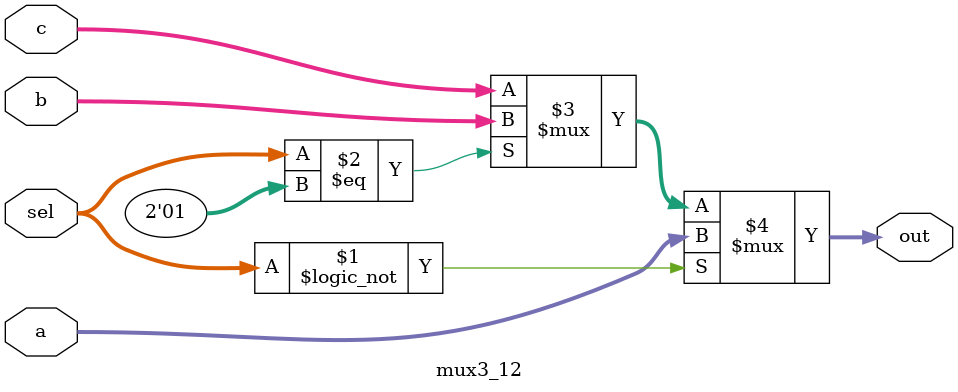
<source format=sv>

`timescale 1ns/1ns
module mux2_12(input[11:0] a , b ,input sel , output[11:0] out);
	assign out = (sel) ? b : a ;
endmodule

module mux2_8(input[7:0] a , b , input sel , output[7:0] out);
	assign out = (sel) ? b : a ;
endmodule

module mux2_3(input[2:0] a , b , input sel , output[2:0] out);
	assign out = (sel) ? b : a ;
endmodule

module mux2_1(input a , b , input sel , output out);
	assign out = (sel) ? b : a ;
endmodule

module mux3(input[7:0] a , b , c,input[1:0] sel,output[7:0] out);
  assign out = (sel == 2'b00)?a:(sel == 2'b01)? b:c;
endmodule

module mux3_12(input[11:0] a , b , c,input[1:0] sel,output[11:0] out);
  assign out = (sel == 2'b00)?a:(sel == 2'b01)? b:c;
endmodule
  
  
   
</source>
